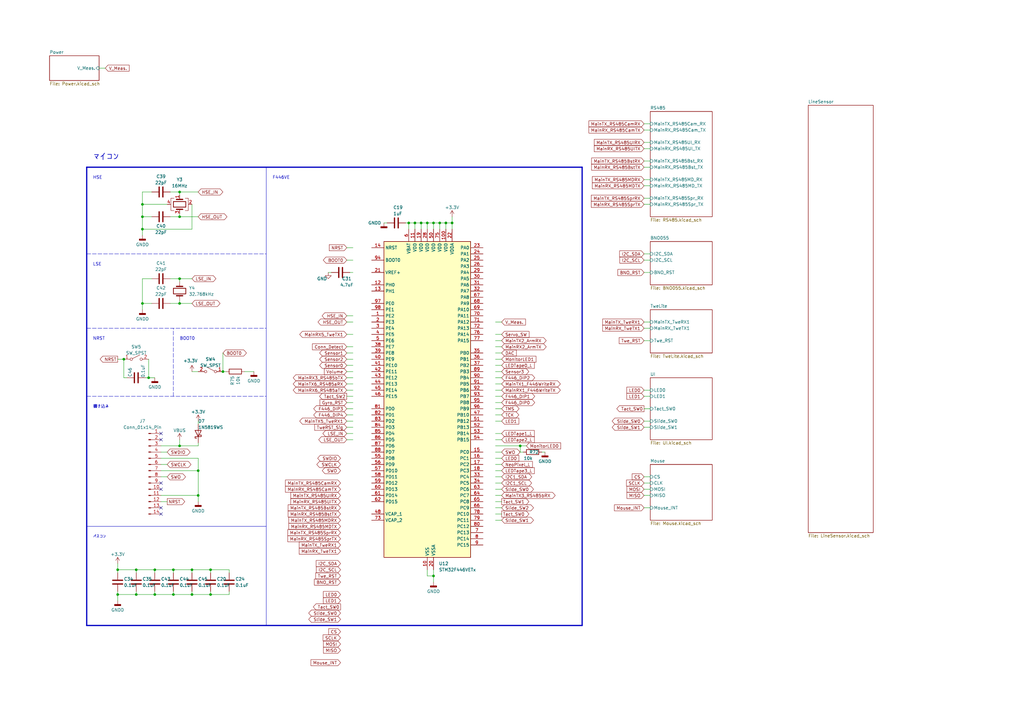
<source format=kicad_sch>
(kicad_sch (version 20230121) (generator eeschema)
  (paper "A3")
  (lib_symbols
    (symbol "Connector:Conn_01x14_Pin" (pin_names (offset 1.016) hide)
      (property "Reference" "J" (at 0 17.78 0))
      (property "Value" "Conn_01x14_Pin" (at 0 -20.32 0))
      (symbol "Conn_01x14_Pin_1_1"
        (pin passive line (at 5.08 15.24 180) (length 3.81) (name "Pin_1") (number "1"))
        (pin passive line (at 5.08 -7.62 180) (length 3.81) (name "Pin_10") (number "10"))
        (pin passive line (at 5.08 -10.16 180) (length 3.81) (name "Pin_11") (number "11"))
        (pin passive line (at 5.08 -12.7 180) (length 3.81) (name "Pin_12") (number "12"))
        (pin passive line (at 5.08 -15.24 180) (length 3.81) (name "Pin_13") (number "13"))
        (pin passive line (at 5.08 -17.78 180) (length 3.81) (name "Pin_14") (number "14"))
        (pin passive line (at 5.08 12.7 180) (length 3.81) (name "Pin_2") (number "2"))
        (pin passive line (at 5.08 10.16 180) (length 3.81) (name "Pin_3") (number "3"))
        (pin passive line (at 5.08 7.62 180) (length 3.81) (name "Pin_4") (number "4"))
        (pin passive line (at 5.08 5.08 180) (length 3.81) (name "Pin_5") (number "5"))
        (pin passive line (at 5.08 2.54 180) (length 3.81) (name "Pin_6") (number "6"))
        (pin passive line (at 5.08 0 180) (length 3.81) (name "Pin_7") (number "7"))
        (pin passive line (at 5.08 -2.54 180) (length 3.81) (name "Pin_8") (number "8"))
        (pin passive line (at 5.08 -5.08 180) (length 3.81) (name "Pin_9") (number "9"))
      )
    )
    (symbol "D_Schottky_3" (pin_numbers hide) (pin_names (offset 1.016) hide)
      (property "Reference" "D" (at 0 2.54 0))
      (property "Value" "D_Schottky_3" (at 0 -2.54 0))
      (symbol "D_Schottky_3_1_1"
        (pin passive line (at -3.81 0 0) (length 2.54) (name "K") (number "1"))
        (pin passive line (at 3.81 0 180) (length 2.54) (name "A") (number "2"))
      )
    )
    (symbol "Device:C" (pin_numbers hide) (pin_names (offset 0.254))
      (property "Reference" "C" (at 0.635 2.54 0))
      (property "Value" "C" (at 0.635 -2.54 0))
      (symbol "C_1_1"
        (pin passive line (at 0 3.81 270) (length 2.794) (name "~") (number "1"))
        (pin passive line (at 0 -3.81 90) (length 2.794) (name "~") (number "2"))
      )
    )
    (symbol "Device:Crystal" (pin_numbers hide) (pin_names (offset 1.016) hide)
      (property "Reference" "Y" (at 0 3.81 0))
      (property "Value" "Crystal" (at 0 -3.81 0))
      (symbol "Crystal_1_1"
        (pin passive line (at -3.81 0 0) (length 1.27) (name "1") (number "1"))
        (pin passive line (at 3.81 0 180) (length 1.27) (name "2") (number "2"))
      )
    )
    (symbol "Device:Crystal_GND24" (pin_names (offset 1.016) hide)
      (property "Reference" "Y" (at 3.175 5.08 0))
      (property "Value" "Crystal_GND24" (at 3.175 3.175 0))
      (symbol "Crystal_GND24_1_1"
        (pin passive line (at -3.81 0 0) (length 1.27) (name "1") (number "1"))
        (pin passive line (at 0 5.08 270) (length 1.27) (name "2") (number "2"))
        (pin passive line (at 3.81 0 180) (length 1.27) (name "3") (number "3"))
        (pin passive line (at 0 -5.08 90) (length 1.27) (name "4") (number "4"))
      )
    )
    (symbol "Device:R" (pin_numbers hide) (pin_names (offset 0))
      (property "Reference" "R" (at 2.032 0 90))
      (property "Value" "R" (at 0 0 90))
      (symbol "R_1_1"
        (pin passive line (at 0 3.81 270) (length 1.27) (name "~") (number "1"))
        (pin passive line (at 0 -3.81 90) (length 1.27) (name "~") (number "2"))
      )
    )
    (symbol "MCU_ST_STM32F4:STM32F446VETx"
      (property "Reference" "U" (at -17.78 67.31 0))
      (property "Value" "STM32F446VETx" (at 12.7 67.31 0))
      (symbol "STM32F446VETx_1_1"
        (pin bidirectional line (at -22.86 35.56 0) (length 5.08) (name "PE2") (number "1"))
        (pin power_in line (at 0 -68.58 90) (length 5.08) (name "VSS") (number "10"))
        (pin power_in line (at 7.62 71.12 270) (length 5.08) (name "VDD") (number "100"))
        (pin power_in line (at -5.08 71.12 270) (length 5.08) (name "VDD") (number "11"))
        (pin bidirectional line (at -22.86 48.26 0) (length 5.08) (name "PH0") (number "12"))
        (pin bidirectional line (at -22.86 45.72 0) (length 5.08) (name "PH1") (number "13"))
        (pin input line (at -22.86 63.5 0) (length 5.08) (name "NRST") (number "14"))
        (pin bidirectional line (at 22.86 -20.32 180) (length 5.08) (name "PC0") (number "15"))
        (pin bidirectional line (at 22.86 -22.86 180) (length 5.08) (name "PC1") (number "16"))
        (pin bidirectional line (at 22.86 -25.4 180) (length 5.08) (name "PC2") (number "17"))
        (pin bidirectional line (at 22.86 -27.94 180) (length 5.08) (name "PC3") (number "18"))
        (pin power_in line (at -2.54 71.12 270) (length 5.08) (name "VDD") (number "19"))
        (pin bidirectional line (at -22.86 33.02 0) (length 5.08) (name "PE3") (number "2"))
        (pin power_in line (at 2.54 -68.58 90) (length 5.08) (name "VSSA") (number "20"))
        (pin input line (at -22.86 53.34 0) (length 5.08) (name "VREF+") (number "21"))
        (pin power_in line (at 10.16 71.12 270) (length 5.08) (name "VDDA") (number "22"))
        (pin bidirectional line (at 22.86 63.5 180) (length 5.08) (name "PA0") (number "23"))
        (pin bidirectional line (at 22.86 60.96 180) (length 5.08) (name "PA1") (number "24"))
        (pin bidirectional line (at 22.86 58.42 180) (length 5.08) (name "PA2") (number "25"))
        (pin bidirectional line (at 22.86 55.88 180) (length 5.08) (name "PA3") (number "26"))
        (pin passive line (at 0 -68.58 90) (length 5.08) hide (name "VSS") (number "27"))
        (pin power_in line (at 0 71.12 270) (length 5.08) (name "VDD") (number "28"))
        (pin bidirectional line (at 22.86 53.34 180) (length 5.08) (name "PA4") (number "29"))
        (pin bidirectional line (at -22.86 30.48 0) (length 5.08) (name "PE4") (number "3"))
        (pin bidirectional line (at 22.86 50.8 180) (length 5.08) (name "PA5") (number "30"))
        (pin bidirectional line (at 22.86 48.26 180) (length 5.08) (name "PA6") (number "31"))
        (pin bidirectional line (at 22.86 45.72 180) (length 5.08) (name "PA7") (number "32"))
        (pin bidirectional line (at 22.86 -30.48 180) (length 5.08) (name "PC4") (number "33"))
        (pin bidirectional line (at 22.86 -33.02 180) (length 5.08) (name "PC5") (number "34"))
        (pin bidirectional line (at 22.86 20.32 180) (length 5.08) (name "PB0") (number "35"))
        (pin bidirectional line (at 22.86 17.78 180) (length 5.08) (name "PB1") (number "36"))
        (pin bidirectional line (at 22.86 15.24 180) (length 5.08) (name "PB2") (number "37"))
        (pin bidirectional line (at -22.86 22.86 0) (length 5.08) (name "PE7") (number "38"))
        (pin bidirectional line (at -22.86 20.32 0) (length 5.08) (name "PE8") (number "39"))
        (pin bidirectional line (at -22.86 27.94 0) (length 5.08) (name "PE5") (number "4"))
        (pin bidirectional line (at -22.86 17.78 0) (length 5.08) (name "PE9") (number "40"))
        (pin bidirectional line (at -22.86 15.24 0) (length 5.08) (name "PE10") (number "41"))
        (pin bidirectional line (at -22.86 12.7 0) (length 5.08) (name "PE11") (number "42"))
        (pin bidirectional line (at -22.86 10.16 0) (length 5.08) (name "PE12") (number "43"))
        (pin bidirectional line (at -22.86 7.62 0) (length 5.08) (name "PE13") (number "44"))
        (pin bidirectional line (at -22.86 5.08 0) (length 5.08) (name "PE14") (number "45"))
        (pin bidirectional line (at -22.86 2.54 0) (length 5.08) (name "PE15") (number "46"))
        (pin bidirectional line (at 22.86 -5.08 180) (length 5.08) (name "PB10") (number "47"))
        (pin power_out line (at -22.86 -45.72 0) (length 5.08) (name "VCAP_1") (number "48"))
        (pin passive line (at 0 -68.58 90) (length 5.08) hide (name "VSS") (number "49"))
        (pin bidirectional line (at -22.86 25.4 0) (length 5.08) (name "PE6") (number "5"))
        (pin power_in line (at 2.54 71.12 270) (length 5.08) (name "VDD") (number "50"))
        (pin bidirectional line (at 22.86 -7.62 180) (length 5.08) (name "PB12") (number "51"))
        (pin bidirectional line (at 22.86 -10.16 180) (length 5.08) (name "PB13") (number "52"))
        (pin bidirectional line (at 22.86 -12.7 180) (length 5.08) (name "PB14") (number "53"))
        (pin bidirectional line (at 22.86 -15.24 180) (length 5.08) (name "PB15") (number "54"))
        (pin bidirectional line (at -22.86 -22.86 0) (length 5.08) (name "PD8") (number "55"))
        (pin bidirectional line (at -22.86 -25.4 0) (length 5.08) (name "PD9") (number "56"))
        (pin bidirectional line (at -22.86 -27.94 0) (length 5.08) (name "PD10") (number "57"))
        (pin bidirectional line (at -22.86 -30.48 0) (length 5.08) (name "PD11") (number "58"))
        (pin bidirectional line (at -22.86 -33.02 0) (length 5.08) (name "PD12") (number "59"))
        (pin power_in line (at -7.62 71.12 270) (length 5.08) (name "VBAT") (number "6"))
        (pin bidirectional line (at -22.86 -35.56 0) (length 5.08) (name "PD13") (number "60"))
        (pin bidirectional line (at -22.86 -38.1 0) (length 5.08) (name "PD14") (number "61"))
        (pin bidirectional line (at -22.86 -40.64 0) (length 5.08) (name "PD15") (number "62"))
        (pin bidirectional line (at 22.86 -35.56 180) (length 5.08) (name "PC6") (number "63"))
        (pin bidirectional line (at 22.86 -38.1 180) (length 5.08) (name "PC7") (number "64"))
        (pin bidirectional line (at 22.86 -40.64 180) (length 5.08) (name "PC8") (number "65"))
        (pin bidirectional line (at 22.86 -43.18 180) (length 5.08) (name "PC9") (number "66"))
        (pin bidirectional line (at 22.86 43.18 180) (length 5.08) (name "PA8") (number "67"))
        (pin bidirectional line (at 22.86 40.64 180) (length 5.08) (name "PA9") (number "68"))
        (pin bidirectional line (at 22.86 38.1 180) (length 5.08) (name "PA10") (number "69"))
        (pin bidirectional line (at 22.86 -53.34 180) (length 5.08) (name "PC13") (number "7"))
        (pin bidirectional line (at 22.86 35.56 180) (length 5.08) (name "PA11") (number "70"))
        (pin bidirectional line (at 22.86 33.02 180) (length 5.08) (name "PA12") (number "71"))
        (pin bidirectional line (at 22.86 30.48 180) (length 5.08) (name "PA13") (number "72"))
        (pin power_out line (at -22.86 -48.26 0) (length 5.08) (name "VCAP_2") (number "73"))
        (pin passive line (at 0 -68.58 90) (length 5.08) hide (name "VSS") (number "74"))
        (pin power_in line (at 5.08 71.12 270) (length 5.08) (name "VDD") (number "75"))
        (pin bidirectional line (at 22.86 27.94 180) (length 5.08) (name "PA14") (number "76"))
        (pin bidirectional line (at 22.86 25.4 180) (length 5.08) (name "PA15") (number "77"))
        (pin bidirectional line (at 22.86 -45.72 180) (length 5.08) (name "PC10") (number "78"))
        (pin bidirectional line (at 22.86 -48.26 180) (length 5.08) (name "PC11") (number "79"))
        (pin bidirectional line (at 22.86 -55.88 180) (length 5.08) (name "PC14") (number "8"))
        (pin bidirectional line (at 22.86 -50.8 180) (length 5.08) (name "PC12") (number "80"))
        (pin bidirectional line (at -22.86 -2.54 0) (length 5.08) (name "PD0") (number "81"))
        (pin bidirectional line (at -22.86 -5.08 0) (length 5.08) (name "PD1") (number "82"))
        (pin bidirectional line (at -22.86 -7.62 0) (length 5.08) (name "PD2") (number "83"))
        (pin bidirectional line (at -22.86 -10.16 0) (length 5.08) (name "PD3") (number "84"))
        (pin bidirectional line (at -22.86 -12.7 0) (length 5.08) (name "PD4") (number "85"))
        (pin bidirectional line (at -22.86 -15.24 0) (length 5.08) (name "PD5") (number "86"))
        (pin bidirectional line (at -22.86 -17.78 0) (length 5.08) (name "PD6") (number "87"))
        (pin bidirectional line (at -22.86 -20.32 0) (length 5.08) (name "PD7") (number "88"))
        (pin bidirectional line (at 22.86 12.7 180) (length 5.08) (name "PB3") (number "89"))
        (pin bidirectional line (at 22.86 -58.42 180) (length 5.08) (name "PC15") (number "9"))
        (pin bidirectional line (at 22.86 10.16 180) (length 5.08) (name "PB4") (number "90"))
        (pin bidirectional line (at 22.86 7.62 180) (length 5.08) (name "PB5") (number "91"))
        (pin bidirectional line (at 22.86 5.08 180) (length 5.08) (name "PB6") (number "92"))
        (pin bidirectional line (at 22.86 2.54 180) (length 5.08) (name "PB7") (number "93"))
        (pin input line (at -22.86 58.42 0) (length 5.08) (name "BOOT0") (number "94"))
        (pin bidirectional line (at 22.86 0 180) (length 5.08) (name "PB8") (number "95"))
        (pin bidirectional line (at 22.86 -2.54 180) (length 5.08) (name "PB9") (number "96"))
        (pin bidirectional line (at -22.86 40.64 0) (length 5.08) (name "PE0") (number "97"))
        (pin bidirectional line (at -22.86 38.1 0) (length 5.08) (name "PE1") (number "98"))
        (pin passive line (at 0 -68.58 90) (length 5.08) hide (name "VSS") (number "99"))
      )
    )
    (symbol "Switch:SW_SPST" (pin_names (offset 0) hide)
      (property "Reference" "SW" (at 0 3.175 0))
      (property "Value" "SW_SPST" (at 0 -2.54 0))
      (symbol "SW_SPST_1_1"
        (pin passive line (at -5.08 0 0) (length 2.54) (name "A") (number "1"))
        (pin passive line (at 5.08 0 180) (length 2.54) (name "B") (number "2"))
      )
    )
    (symbol "power:+3.3V" (power) (pin_names (offset 0))
      (property "Value" "+3.3V" (at 0 3.556 0))
      (symbol "+3.3V_1_1"
        (pin power_in line (at 0 0 90) (length 0) hide (name "+3.3V") (number "1"))
      )
    )
    (symbol "power:GND" (power) (pin_names (offset 0))
      (property "Value" "GND" (at 0 -3.81 0))
      (symbol "GND_1_1"
        (pin power_in line (at 0 0 270) (length 0) hide (name "GND") (number "1"))
      )
    )
    (symbol "power:GNDD" (power) (pin_names (offset 0))
      (property "Value" "GNDD" (at 0 -3.175 0))
      (symbol "GNDD_1_1"
        (pin power_in line (at 0 0 270) (length 0) hide (name "GNDD") (number "1"))
      )
    )
    (symbol "power:VBUS" (power) (pin_names (offset 0))
      (property "Value" "VBUS" (at 0 3.81 0))
      (symbol "VBUS_1_1"
        (pin power_in line (at 0 0 90) (length 0) hide (name "VBUS") (number "1"))
      )
    )
  )
  (junction (at 73.66 124.46))
  (junction (at 172.72 91.44))
  (junction (at 63.5 233.68))
  (junction (at 60.96 154.94))
  (junction (at 78.74 243.84))
  (junction (at 73.66 88.9))
  (junction (at 58.42 93.98))
  (junction (at 86.36 233.68))
  (junction (at 71.12 233.68))
  (junction (at 63.5 243.84))
  (junction (at 175.26 91.44))
  (junction (at 58.42 88.9))
  (junction (at 185.42 91.44))
  (junction (at 81.28 193.04))
  (junction (at 177.8 236.22))
  (junction (at 213.36 182.88))
  (junction (at 48.26 233.68))
  (junction (at 55.88 243.84))
  (junction (at 78.74 233.68))
  (junction (at 177.8 91.44))
  (junction (at 58.42 124.46))
  (junction (at 73.66 78.74))
  (junction (at 81.28 203.2))
  (junction (at 50.8 147.32))
  (junction (at 58.42 83.82))
  (junction (at 167.64 91.44))
  (junction (at 86.36 243.84))
  (junction (at 55.88 233.68))
  (junction (at 73.66 182.88))
  (junction (at 170.18 91.44))
  (junction (at 71.12 243.84))
  (junction (at 180.34 91.44))
  (junction (at 48.26 243.84))
  (junction (at 73.66 114.3))
  (junction (at 182.88 91.44))
  (junction (at 91.44 152.4))
  (no_connect (at 66.04 198.12))
  (no_connect (at 66.04 180.34))
  (no_connect (at 66.04 210.82))
  (no_connect (at 66.04 177.8))
  (no_connect (at 66.04 208.28))
  (no_connect (at 66.04 200.66))
  (wire (pts (xy 81.28 78.74) (xy 73.66 78.74)))
  (wire (pts (xy 175.26 236.22) (xy 177.8 236.22)))
  (wire (pts (xy 60.96 147.32) (xy 60.96 154.94)))
  (wire (pts (xy 175.26 93.98) (xy 175.26 91.44)))
  (wire (pts (xy 182.88 91.44) (xy 185.42 91.44)))
  (wire (pts (xy 66.04 203.2) (xy 81.28 203.2)))
  (wire (pts (xy 58.42 78.74) (xy 58.42 83.82)))
  (wire (pts (xy 203.2 142.24) (xy 205.74 142.24)))
  (wire (pts (xy 142.24 177.8) (xy 144.78 177.8)))
  (wire (pts (xy 69.85 114.3) (xy 73.66 114.3)))
  (wire (pts (xy 264.16 111.76) (xy 266.7 111.76)))
  (wire (pts (xy 264.16 203.2) (xy 266.7 203.2)))
  (wire (pts (xy 81.28 181.61) (xy 81.28 182.88)))
  (wire (pts (xy 55.88 233.68) (xy 55.88 234.95)))
  (wire (pts (xy 264.16 83.82) (xy 266.7 83.82)))
  (wire (pts (xy 203.2 144.78) (xy 205.74 144.78)))
  (wire (pts (xy 78.74 233.68) (xy 78.74 234.95)))
  (wire (pts (xy 203.2 195.58) (xy 205.74 195.58)))
  (wire (pts (xy 142.24 154.94) (xy 144.78 154.94)))
  (wire (pts (xy 166.37 91.44) (xy 167.64 91.44)))
  (wire (pts (xy 158.75 91.44) (xy 157.48 91.44)))
  (wire (pts (xy 203.2 165.1) (xy 205.74 165.1)))
  (wire (pts (xy 62.23 114.3) (xy 58.42 114.3)))
  (wire (pts (xy 203.2 180.34) (xy 205.74 180.34)))
  (wire (pts (xy 86.36 243.84) (xy 86.36 242.57)))
  (wire (pts (xy 73.66 87.63) (xy 73.66 88.9)))
  (wire (pts (xy 167.64 91.44) (xy 170.18 91.44)))
  (wire (pts (xy 172.72 91.44) (xy 172.72 93.98)))
  (wire (pts (xy 73.66 78.74) (xy 73.66 80.01)))
  (wire (pts (xy 48.26 233.68) (xy 55.88 233.68)))
  (wire (pts (xy 203.2 190.5) (xy 205.74 190.5)))
  (wire (pts (xy 214.63 185.42) (xy 213.36 185.42)))
  (wire (pts (xy 58.42 124.46) (xy 58.42 127)))
  (wire (pts (xy 142.24 132.08) (xy 144.78 132.08)))
  (wire (pts (xy 264.16 60.96) (xy 266.7 60.96)))
  (wire (pts (xy 55.88 243.84) (xy 63.5 243.84)))
  (wire (pts (xy 177.8 233.68) (xy 177.8 236.22)))
  (wire (pts (xy 264.16 160.02) (xy 266.7 160.02)))
  (wire (pts (xy 66.04 193.04) (xy 81.28 193.04)))
  (wire (pts (xy 50.8 147.32) (xy 50.8 154.94)))
  (wire (pts (xy 185.42 91.44) (xy 185.42 93.98)))
  (wire (pts (xy 142.24 180.34) (xy 144.78 180.34)))
  (wire (pts (xy 177.8 91.44) (xy 180.34 91.44)))
  (wire (pts (xy 142.24 172.72) (xy 144.78 172.72)))
  (wire (pts (xy 81.28 172.72) (xy 81.28 173.99)))
  (wire (pts (xy 167.64 91.44) (xy 167.64 93.98)))
  (wire (pts (xy 48.26 242.57) (xy 48.26 243.84)))
  (wire (pts (xy 182.88 93.98) (xy 182.88 91.44)))
  (wire (pts (xy 264.16 132.08) (xy 266.7 132.08)))
  (wire (pts (xy 66.04 195.58) (xy 68.58 195.58)))
  (polyline (pts (xy 109.22 68.58) (xy 109.22 256.54)) (stroke (width 0) (type solid)))
  (wire (pts (xy 71.12 233.68) (xy 78.74 233.68)))
  (wire (pts (xy 142.24 152.4) (xy 144.78 152.4)))
  (wire (pts (xy 142.24 162.56) (xy 144.78 162.56)))
  (wire (pts (xy 203.2 205.74) (xy 205.74 205.74)))
  (wire (pts (xy 203.2 139.7) (xy 205.74 139.7)))
  (wire (pts (xy 71.12 243.84) (xy 78.74 243.84)))
  (wire (pts (xy 203.2 187.96) (xy 205.74 187.96)))
  (wire (pts (xy 48.26 147.32) (xy 50.8 147.32)))
  (wire (pts (xy 175.26 91.44) (xy 177.8 91.44)))
  (wire (pts (xy 66.04 185.42) (xy 68.58 185.42)))
  (wire (pts (xy 66.04 190.5) (xy 68.58 190.5)))
  (wire (pts (xy 264.16 167.64) (xy 266.7 167.64)))
  (wire (pts (xy 63.5 242.57) (xy 63.5 243.84)))
  (wire (pts (xy 78.74 243.84) (xy 86.36 243.84)))
  (wire (pts (xy 203.2 149.86) (xy 205.74 149.86)))
  (polyline (pts (xy 35.56 68.58) (xy 35.56 256.54)) (stroke (width 0.5) (type solid)))
  (wire (pts (xy 81.28 193.04) (xy 81.28 203.2)))
  (wire (pts (xy 73.66 180.34) (xy 73.66 182.88)))
  (wire (pts (xy 143.51 111.76) (xy 144.78 111.76)))
  (wire (pts (xy 63.5 243.84) (xy 71.12 243.84)))
  (wire (pts (xy 142.24 129.54) (xy 144.78 129.54)))
  (wire (pts (xy 264.16 139.7) (xy 266.7 139.7)))
  (wire (pts (xy 142.24 106.68) (xy 144.78 106.68)))
  (wire (pts (xy 264.16 58.42) (xy 266.7 58.42)))
  (wire (pts (xy 55.88 242.57) (xy 55.88 243.84)))
  (wire (pts (xy 142.24 167.64) (xy 144.78 167.64)))
  (wire (pts (xy 177.8 91.44) (xy 177.8 93.98)))
  (wire (pts (xy 177.8 236.22) (xy 177.8 238.76)))
  (wire (pts (xy 69.85 78.74) (xy 73.66 78.74)))
  (wire (pts (xy 142.24 101.6) (xy 144.78 101.6)))
  (wire (pts (xy 81.28 193.04) (xy 81.28 187.96)))
  (wire (pts (xy 213.36 182.88) (xy 215.9 182.88)))
  (wire (pts (xy 78.74 83.82) (xy 78.74 93.98)))
  (wire (pts (xy 264.16 162.56) (xy 266.7 162.56)))
  (wire (pts (xy 264.16 195.58) (xy 266.7 195.58)))
  (wire (pts (xy 58.42 96.52) (xy 58.42 93.98)))
  (wire (pts (xy 58.42 88.9) (xy 62.23 88.9)))
  (wire (pts (xy 58.42 88.9) (xy 58.42 93.98)))
  (wire (pts (xy 58.42 114.3) (xy 58.42 124.46)))
  (wire (pts (xy 264.16 68.58) (xy 266.7 68.58)))
  (wire (pts (xy 93.98 243.84) (xy 93.98 242.57)))
  (wire (pts (xy 63.5 233.68) (xy 71.12 233.68)))
  (wire (pts (xy 71.12 233.68) (xy 71.12 234.95)))
  (wire (pts (xy 78.74 233.68) (xy 86.36 233.68)))
  (wire (pts (xy 142.24 165.1) (xy 144.78 165.1)))
  (wire (pts (xy 264.16 76.2) (xy 266.7 76.2)))
  (wire (pts (xy 58.42 124.46) (xy 62.23 124.46)))
  (wire (pts (xy 203.2 162.56) (xy 205.74 162.56)))
  (wire (pts (xy 78.74 243.84) (xy 78.74 242.57)))
  (wire (pts (xy 203.2 200.66) (xy 205.74 200.66)))
  (wire (pts (xy 203.2 185.42) (xy 205.74 185.42)))
  (wire (pts (xy 58.42 93.98) (xy 78.74 93.98)))
  (wire (pts (xy 55.88 233.68) (xy 63.5 233.68)))
  (wire (pts (xy 203.2 160.02) (xy 205.74 160.02)))
  (wire (pts (xy 48.26 231.14) (xy 48.26 233.68)))
  (polyline (pts (xy 35.56 256.54) (xy 238.76 256.54)) (stroke (width 0.5) (type solid)))
  (wire (pts (xy 203.2 152.4) (xy 205.74 152.4)))
  (wire (pts (xy 264.16 73.66) (xy 266.7 73.66)))
  (wire (pts (xy 170.18 91.44) (xy 172.72 91.44)))
  (wire (pts (xy 185.42 88.9) (xy 185.42 91.44)))
  (wire (pts (xy 203.2 172.72) (xy 205.74 172.72)))
  (wire (pts (xy 264.16 200.66) (xy 266.7 200.66)))
  (wire (pts (xy 264.16 175.26) (xy 266.7 175.26)))
  (wire (pts (xy 50.8 154.94) (xy 52.07 154.94)))
  (wire (pts (xy 66.04 182.88) (xy 73.66 182.88)))
  (wire (pts (xy 66.04 205.74) (xy 68.58 205.74)))
  (wire (pts (xy 203.2 157.48) (xy 205.74 157.48)))
  (wire (pts (xy 222.25 185.42) (xy 223.52 185.42)))
  (polyline (pts (xy 35.56 162.56) (xy 109.22 162.56)) (stroke (width 0) (type dash)))
  (wire (pts (xy 100.33 152.4) (xy 104.14 152.4)))
  (polyline (pts (xy 35.56 104.14) (xy 109.22 104.14)) (stroke (width 0) (type dash)))
  (wire (pts (xy 203.2 203.2) (xy 205.74 203.2)))
  (wire (pts (xy 203.2 132.08) (xy 205.74 132.08)))
  (wire (pts (xy 203.2 137.16) (xy 205.74 137.16)))
  (wire (pts (xy 58.42 83.82) (xy 58.42 88.9)))
  (wire (pts (xy 142.24 147.32) (xy 144.78 147.32)))
  (wire (pts (xy 48.26 243.84) (xy 55.88 243.84)))
  (wire (pts (xy 91.44 144.78) (xy 91.44 152.4)))
  (wire (pts (xy 264.16 50.8) (xy 266.7 50.8)))
  (wire (pts (xy 60.96 154.94) (xy 63.5 154.94)))
  (wire (pts (xy 264.16 208.28) (xy 266.7 208.28)))
  (wire (pts (xy 142.24 175.26) (xy 144.78 175.26)))
  (wire (pts (xy 142.24 144.78) (xy 144.78 144.78)))
  (wire (pts (xy 203.2 210.82) (xy 205.74 210.82)))
  (wire (pts (xy 203.2 198.12) (xy 205.74 198.12)))
  (wire (pts (xy 203.2 213.36) (xy 205.74 213.36)))
  (wire (pts (xy 69.85 124.46) (xy 73.66 124.46)))
  (wire (pts (xy 69.85 88.9) (xy 73.66 88.9)))
  (wire (pts (xy 142.24 149.86) (xy 144.78 149.86)))
  (wire (pts (xy 180.34 91.44) (xy 182.88 91.44)))
  (wire (pts (xy 62.23 78.74) (xy 58.42 78.74)))
  (polyline (pts (xy 238.76 256.54) (xy 238.76 68.58)) (stroke (width 0.5) (type solid)))
  (wire (pts (xy 71.12 242.57) (xy 71.12 243.84)))
  (wire (pts (xy 142.24 142.24) (xy 144.78 142.24)))
  (wire (pts (xy 170.18 93.98) (xy 170.18 91.44)))
  (wire (pts (xy 86.36 243.84) (xy 93.98 243.84)))
  (wire (pts (xy 73.66 114.3) (xy 73.66 115.57)))
  (wire (pts (xy 48.26 243.84) (xy 48.26 246.38)))
  (wire (pts (xy 213.36 185.42) (xy 213.36 182.88)))
  (polyline (pts (xy 71.12 162.56) (xy 71.12 134.62)) (stroke (width 0) (type dash)))
  (wire (pts (xy 203.2 193.04) (xy 205.74 193.04)))
  (wire (pts (xy 48.26 233.68) (xy 48.26 234.95)))
  (wire (pts (xy 264.16 66.04) (xy 266.7 66.04)))
  (wire (pts (xy 264.16 53.34) (xy 266.7 53.34)))
  (wire (pts (xy 93.98 233.68) (xy 93.98 234.95)))
  (wire (pts (xy 175.26 233.68) (xy 175.26 236.22)))
  (wire (pts (xy 203.2 147.32) (xy 205.74 147.32)))
  (wire (pts (xy 142.24 160.02) (xy 144.78 160.02)))
  (wire (pts (xy 134.62 111.76) (xy 135.89 111.76)))
  (wire (pts (xy 86.36 233.68) (xy 93.98 233.68)))
  (wire (pts (xy 142.24 170.18) (xy 144.78 170.18)))
  (wire (pts (xy 180.34 91.44) (xy 180.34 93.98)))
  (wire (pts (xy 40.64 27.94) (xy 43.18 27.94)))
  (wire (pts (xy 203.2 177.8) (xy 205.74 177.8)))
  (wire (pts (xy 73.66 182.88) (xy 81.28 182.88)))
  (wire (pts (xy 78.74 152.4) (xy 81.28 152.4)))
  (polyline (pts (xy 35.56 68.58) (xy 238.76 68.58)) (stroke (width 0.5) (type solid)))
  (wire (pts (xy 203.2 167.64) (xy 205.74 167.64)))
  (wire (pts (xy 91.44 152.4) (xy 92.71 152.4)))
  (wire (pts (xy 264.16 106.68) (xy 266.7 106.68)))
  (wire (pts (xy 63.5 233.68) (xy 63.5 234.95)))
  (wire (pts (xy 73.66 123.19) (xy 73.66 124.46)))
  (wire (pts (xy 66.04 187.96) (xy 81.28 187.96)))
  (wire (pts (xy 172.72 91.44) (xy 175.26 91.44)))
  (wire (pts (xy 264.16 104.14) (xy 266.7 104.14)))
  (wire (pts (xy 60.96 154.94) (xy 59.69 154.94)))
  (wire (pts (xy 81.28 205.74) (xy 81.28 203.2)))
  (wire (pts (xy 203.2 154.94) (xy 205.74 154.94)))
  (wire (pts (xy 58.42 83.82) (xy 68.58 83.82)))
  (polyline (pts (xy 35.56 134.62) (xy 109.22 134.62)) (stroke (width 0) (type dash)))
  (wire (pts (xy 73.66 124.46) (xy 78.74 124.46)))
  (wire (pts (xy 264.16 134.62) (xy 266.7 134.62)))
  (wire (pts (xy 203.2 208.28) (xy 205.74 208.28)))
  (wire (pts (xy 73.66 114.3) (xy 78.74 114.3)))
  (wire (pts (xy 86.36 233.68) (xy 86.36 234.95)))
  (wire (pts (xy 203.2 170.18) (xy 205.74 170.18)))
  (wire (pts (xy 264.16 172.72) (xy 266.7 172.72)))
  (wire (pts (xy 203.2 182.88) (xy 213.36 182.88)))
  (wire (pts (xy 73.66 88.9) (xy 81.28 88.9)))
  (wire (pts (xy 142.24 137.16) (xy 144.78 137.16)))
  (wire (pts (xy 142.24 157.48) (xy 144.78 157.48)))
  (wire (pts (xy 264.16 81.28) (xy 266.7 81.28)))
  (wire (pts (xy 264.16 198.12) (xy 266.7 198.12)))
  (rectangle (start 35.56 215.9) (end 109.22 215.9))
  (text "HSE" (at 38.1 73.66 0) (effects (font (size 1.27 1.27)) (justify left bottom)))
  (text "パスコン" (at 38.1 220.98 0) (effects (font (size 1.27 1.27)) (justify left bottom)))
  (text "マイコン" (at 38.1 66.04 0) (effects (font (size 2.54 2.54) (thickness 0.254) bold) (justify left bottom)))
  (text "NRST" (at 38.1 139.7 0) (effects (font (size 1.27 1.27)) (justify left bottom)))
  (text "LSE" (at 38.1 109.22 0) (effects (font (size 1.27 1.27)) (justify left bottom)))
  (text "書き込み" (at 38.1 167.64 0) (effects (font (size 1.27 1.27)) (justify left bottom)))
  (text "BOOT0" (at 73.66 139.7 0) (effects (font (size 1.27 1.27)) (justify left bottom)))
  (text "F446VE" (at 111.76 73.66 0) (effects (font (size 1.27 1.27)) (justify left bottom)))
  (global_label "MainRX_RS485MDTX" (shape input) (at 264.16 76.2 180) (property "Intersheetrefs" "${INTERSHEET_REFS}" (effects hide)))
  (global_label "NRST" (shape output) (at 48.26 147.32 180) (property "Intersheetrefs" "${INTERSHEET_REFS}" (effects hide)))
  (global_label "SWO" (shape bidirectional) (at 139.7 193.04 180) (property "Intersheetrefs" "${INTERSHEET_REFS}" (effects hide)))
  (global_label "NeoPixel_L" (shape input) (at 205.74 190.5 0) (property "Intersheetrefs" "${INTERSHEET_REFS}" (effects hide)))
  (global_label "Tact_SW2" (shape output) (at 142.24 162.56 180) (property "Intersheetrefs" "${INTERSHEET_REFS}" (effects hide)))
  (global_label "Tact_SW1" (shape output) (at 205.74 205.74 0) (property "Intersheetrefs" "${INTERSHEET_REFS}" (effects hide)))
  (global_label "HSE_OUT" (shape bidirectional) (at 142.24 132.08 180) (property "Intersheetrefs" "${INTERSHEET_REFS}" (effects hide)))
  (global_label "HSE_IN" (shape bidirectional) (at 142.24 129.54 180) (property "Intersheetrefs" "${INTERSHEET_REFS}" (effects hide)))
  (global_label "Mouse_INT" (shape input) (at 264.16 208.28 180) (property "Intersheetrefs" "${INTERSHEET_REFS}" (effects hide)))
  (global_label "MainRX5_TweTX1" (shape bidirectional) (at 142.24 137.16 180) (property "Intersheetrefs" "${INTERSHEET_REFS}" (effects hide)))
  (global_label "LED0" (shape input) (at 139.7 243.84 180) (property "Intersheetrefs" "${INTERSHEET_REFS}" (effects hide)))
  (global_label "Mouse_INT" (shape input) (at 139.7 271.78 180) (property "Intersheetrefs" "${INTERSHEET_REFS}" (effects hide)))
  (global_label "MainTX_RS485SprRX" (shape input) (at 139.7 218.44 180) (property "Intersheetrefs" "${INTERSHEET_REFS}" (effects hide)))
  (global_label "I2C_SDA" (shape input) (at 139.7 231.14 180) (property "Intersheetrefs" "${INTERSHEET_REFS}" (effects hide)))
  (global_label "MainTX_TweRX1" (shape input) (at 264.16 132.08 180) (property "Intersheetrefs" "${INTERSHEET_REFS}" (effects hide)))
  (global_label "MainRX_RS485MDTX" (shape input) (at 139.7 215.9 180) (property "Intersheetrefs" "${INTERSHEET_REFS}" (effects hide)))
  (global_label "LEDTape0_L" (shape input) (at 205.74 149.86 0) (property "Intersheetrefs" "${INTERSHEET_REFS}" (effects hide)))
  (global_label "Servo_SW" (shape input) (at 205.74 137.16 0) (property "Intersheetrefs" "${INTERSHEET_REFS}" (effects hide)))
  (global_label "MISO" (shape input) (at 139.7 266.7 180) (property "Intersheetrefs" "${INTERSHEET_REFS}" (effects hide)))
  (global_label "MainRX_RS485UITX" (shape input) (at 139.7 205.74 180) (property "Intersheetrefs" "${INTERSHEET_REFS}" (effects hide)))
  (global_label "TCK" (shape bidirectional) (at 205.74 170.18 0) (property "Intersheetrefs" "${INTERSHEET_REFS}" (effects hide)))
  (global_label "MainTX5_TweRX1" (shape bidirectional) (at 142.24 172.72 180) (property "Intersheetrefs" "${INTERSHEET_REFS}" (effects hide)))
  (global_label "MainTX_RS485SprRX" (shape input) (at 264.16 81.28 180) (property "Intersheetrefs" "${INTERSHEET_REFS}" (effects hide)))
  (global_label "MainRX1_F446WriteTX" (shape bidirectional) (at 205.74 160.02 0) (property "Intersheetrefs" "${INTERSHEET_REFS}" (effects hide)))
  (global_label "MainRX6_RS485aTX" (shape bidirectional) (at 142.24 160.02 180) (property "Intersheetrefs" "${INTERSHEET_REFS}" (effects hide)))
  (global_label "BNO_RST" (shape input) (at 139.7 238.76 180) (property "Intersheetrefs" "${INTERSHEET_REFS}" (effects hide)))
  (global_label "NRST" (shape output) (at 68.58 205.74 0) (property "Intersheetrefs" "${INTERSHEET_REFS}" (effects hide)))
  (global_label "LED1" (shape input) (at 139.7 246.38 180) (property "Intersheetrefs" "${INTERSHEET_REFS}" (effects hide)))
  (global_label "Sensor0" (shape bidirectional) (at 142.24 149.86 180) (property "Intersheetrefs" "${INTERSHEET_REFS}" (effects hide)))
  (global_label "SWO" (shape bidirectional) (at 205.74 185.42 0) (property "Intersheetrefs" "${INTERSHEET_REFS}" (effects hide)))
  (global_label "SWDIO" (shape bidirectional) (at 139.7 187.96 180) (property "Intersheetrefs" "${INTERSHEET_REFS}" (effects hide)))
  (global_label "LED1" (shape input) (at 264.16 162.56 180) (property "Intersheetrefs" "${INTERSHEET_REFS}" (effects hide)))
  (global_label "MainTX_RS485BstRX" (shape input) (at 264.16 66.04 180) (property "Intersheetrefs" "${INTERSHEET_REFS}" (effects hide)))
  (global_label "MOSI" (shape input) (at 264.16 200.66 180) (property "Intersheetrefs" "${INTERSHEET_REFS}" (effects hide)))
  (global_label "F446_DIP0" (shape bidirectional) (at 205.74 165.1 0) (property "Intersheetrefs" "${INTERSHEET_REFS}" (effects hide)))
  (global_label "LEDTape1_L" (shape input) (at 205.74 177.8 0) (property "Intersheetrefs" "${INTERSHEET_REFS}" (effects hide)))
  (global_label "MainRX3_RS485bTX" (shape bidirectional) (at 142.24 154.94 180) (property "Intersheetrefs" "${INTERSHEET_REFS}" (effects hide)))
  (global_label "CS" (shape input) (at 264.16 195.58 180) (property "Intersheetrefs" "${INTERSHEET_REFS}" (effects hide)))
  (global_label "LED0" (shape input) (at 264.16 160.02 180) (property "Intersheetrefs" "${INTERSHEET_REFS}" (effects hide)))
  (global_label "MainRX_RS485BstTX" (shape input) (at 139.7 210.82 180) (property "Intersheetrefs" "${INTERSHEET_REFS}" (effects hide)))
  (global_label "BNO_RST" (shape input) (at 264.16 111.76 180) (property "Intersheetrefs" "${INTERSHEET_REFS}" (effects hide)))
  (global_label "I2C1_SDA" (shape bidirectional) (at 205.74 195.58 0) (property "Intersheetrefs" "${INTERSHEET_REFS}" (effects hide)))
  (global_label "MainRX_RS485SprTX" (shape input) (at 264.16 83.82 180) (property "Intersheetrefs" "${INTERSHEET_REFS}" (effects hide)))
  (global_label "Sensor3" (shape bidirectional) (at 205.74 152.4 0) (property "Intersheetrefs" "${INTERSHEET_REFS}" (effects hide)))
  (global_label "SWCLK" (shape bidirectional) (at 68.58 190.5 0) (property "Intersheetrefs" "${INTERSHEET_REFS}" (effects hide)))
  (global_label "Slide_SW0" (shape bidirectional) (at 205.74 200.66 0) (property "Intersheetrefs" "${INTERSHEET_REFS}" (effects hide)))
  (global_label "MainTX3_RS485bRX" (shape bidirectional) (at 205.74 203.2 0) (property "Intersheetrefs" "${INTERSHEET_REFS}" (effects hide)))
  (global_label "SCLK" (shape input) (at 264.16 198.12 180) (property "Intersheetrefs" "${INTERSHEET_REFS}" (effects hide)))
  (global_label "Sensor1" (shape bidirectional) (at 142.24 144.78 180) (property "Intersheetrefs" "${INTERSHEET_REFS}" (effects hide)))
  (global_label "MainTX1_F446WriteRX" (shape bidirectional) (at 205.74 157.48 0) (property "Intersheetrefs" "${INTERSHEET_REFS}" (effects hide)))
  (global_label "MainTX_RS485UIRX" (shape input) (at 264.16 58.42 180) (property "Intersheetrefs" "${INTERSHEET_REFS}" (effects hide)))
  (global_label "Twe_RST" (shape input) (at 264.16 139.7 180) (property "Intersheetrefs" "${INTERSHEET_REFS}" (effects hide)))
  (global_label "TweRST_Sig" (shape input) (at 142.24 175.26 180) (property "Intersheetrefs" "${INTERSHEET_REFS}" (effects hide)))
  (global_label "LED1" (shape input) (at 205.74 172.72 0) (property "Intersheetrefs" "${INTERSHEET_REFS}" (effects hide)))
  (global_label "Tact_SW0" (shape output) (at 139.7 248.92 180) (property "Intersheetrefs" "${INTERSHEET_REFS}" (effects hide)))
  (global_label "MainTX_RS485CamRX" (shape input) (at 264.16 50.8 180) (property "Intersheetrefs" "${INTERSHEET_REFS}" (effects hide)))
  (global_label "MainRX_RS485SprTX" (shape input) (at 139.7 220.98 180) (property "Intersheetrefs" "${INTERSHEET_REFS}" (effects hide)))
  (global_label "Slide_SW1" (shape bidirectional) (at 205.74 213.36 0) (property "Intersheetrefs" "${INTERSHEET_REFS}" (effects hide)))
  (global_label "Slide_SW0" (shape bidirectional) (at 264.16 172.72 180) (property "Intersheetrefs" "${INTERSHEET_REFS}" (effects hide)))
  (global_label "F446_DIP4" (shape bidirectional) (at 142.24 170.18 180) (property "Intersheetrefs" "${INTERSHEET_REFS}" (effects hide)))
  (global_label "Conn_Detect" (shape input) (at 142.24 142.24 180) (property "Intersheetrefs" "${INTERSHEET_REFS}" (effects hide)))
  (global_label "I2C1_SCL" (shape bidirectional) (at 205.74 198.12 0) (property "Intersheetrefs" "${INTERSHEET_REFS}" (effects hide)))
  (global_label "Slide_SW1" (shape bidirectional) (at 264.16 175.26 180) (property "Intersheetrefs" "${INTERSHEET_REFS}" (effects hide)))
  (global_label "Sensor2" (shape bidirectional) (at 142.24 147.32 180) (property "Intersheetrefs" "${INTERSHEET_REFS}" (effects hide)))
  (global_label "MainTX2_ArmRX" (shape bidirectional) (at 205.74 139.7 0) (property "Intersheetrefs" "${INTERSHEET_REFS}" (effects hide)))
  (global_label "HSE_OUT" (shape bidirectional) (at 81.28 88.9 0) (property "Intersheetrefs" "${INTERSHEET_REFS}" (effects hide)))
  (global_label "LSE_IN" (shape bidirectional) (at 78.74 114.3 0) (property "Intersheetrefs" "${INTERSHEET_REFS}" (effects hide)))
  (global_label "Volume" (shape input) (at 142.24 152.4 180) (property "Intersheetrefs" "${INTERSHEET_REFS}" (effects hide)))
  (global_label "MainRX_RS485UITX" (shape input) (at 264.16 60.96 180) (property "Intersheetrefs" "${INTERSHEET_REFS}" (effects hide)))
  (global_label "MainTX_RS485BstRX" (shape input) (at 139.7 208.28 180) (property "Intersheetrefs" "${INTERSHEET_REFS}" (effects hide)))
  (global_label "BOOT0" (shape bidirectional) (at 142.24 106.68 180) (property "Intersheetrefs" "${INTERSHEET_REFS}" (effects hide)))
  (global_label "MainTX_RS485CamRX" (shape input) (at 139.7 198.12 180) (property "Intersheetrefs" "${INTERSHEET_REFS}" (effects hide)))
  (global_label "V_Meas." (shape input) (at 43.18 27.94 0) (property "Intersheetrefs" "${INTERSHEET_REFS}" (effects hide)))
  (global_label "LSE_OUT" (shape bidirectional) (at 142.24 180.34 180) (property "Intersheetrefs" "${INTERSHEET_REFS}" (effects hide)))
  (global_label "MonitorLED0" (shape input) (at 215.9 182.88 0) (property "Intersheetrefs" "${INTERSHEET_REFS}" (effects hide)))
  (global_label "MainTX_RS485UIRX" (shape input) (at 139.7 203.2 180) (property "Intersheetrefs" "${INTERSHEET_REFS}" (effects hide)))
  (global_label "MISO" (shape input) (at 264.16 203.2 180) (property "Intersheetrefs" "${INTERSHEET_REFS}" (effects hide)))
  (global_label "I2C_SCL" (shape input) (at 139.7 233.68 180) (property "Intersheetrefs" "${INTERSHEET_REFS}" (effects hide)))
  (global_label "BOOT0" (shape bidirectional) (at 91.44 144.78 0) (property "Intersheetrefs" "${INTERSHEET_REFS}" (effects hide)))
  (global_label "SWCLK" (shape bidirectional) (at 139.7 190.5 180) (property "Intersheetrefs" "${INTERSHEET_REFS}" (effects hide)))
  (global_label "MainRX_RS485BstTX" (shape input) (at 264.16 68.58 180) (property "Intersheetrefs" "${INTERSHEET_REFS}" (effects hide)))
  (global_label "MainRX_TweTX1" (shape input) (at 264.16 134.62 180) (property "Intersheetrefs" "${INTERSHEET_REFS}" (effects hide)))
  (global_label "NRST" (shape input) (at 142.24 101.6 180) (property "Intersheetrefs" "${INTERSHEET_REFS}" (effects hide)))
  (global_label "HSE_IN" (shape bidirectional) (at 81.28 78.74 0) (property "Intersheetrefs" "${INTERSHEET_REFS}" (effects hide)))
  (global_label "I2C_SDA" (shape input) (at 264.16 104.14 180) (property "Intersheetrefs" "${INTERSHEET_REFS}" (effects hide)))
  (global_label "Gyro_RST" (shape input) (at 142.24 165.1 180) (property "Intersheetrefs" "${INTERSHEET_REFS}" (effects hide)))
  (global_label "F446_DIP1" (shape bidirectional) (at 205.74 162.56 0) (property "Intersheetrefs" "${INTERSHEET_REFS}" (effects hide)))
  (global_label "F446_DIP2" (shape bidirectional) (at 205.74 154.94 0) (property "Intersheetrefs" "${INTERSHEET_REFS}" (effects hide)))
  (global_label "MainRX_RS485CamTX" (shape input) (at 139.7 200.66 180) (property "Intersheetrefs" "${INTERSHEET_REFS}" (effects hide)))
  (global_label "F446_DIP3" (shape bidirectional) (at 142.24 167.64 180) (property "Intersheetrefs" "${INTERSHEET_REFS}" (effects hide)))
  (global_label "LEDTape2_L" (shape input) (at 205.74 180.34 0) (property "Intersheetrefs" "${INTERSHEET_REFS}" (effects hide)))
  (global_label "MainRX_TweTX1" (shape input) (at 139.7 226.06 180) (property "Intersheetrefs" "${INTERSHEET_REFS}" (effects hide)))
  (global_label "MainTX6_RS485aRX" (shape bidirectional) (at 142.24 157.48 180) (property "Intersheetrefs" "${INTERSHEET_REFS}" (effects hide)))
  (global_label "SWO" (shape bidirectional) (at 68.58 195.58 0) (property "Intersheetrefs" "${INTERSHEET_REFS}" (effects hide)))
  (global_label "MainRX2_ArmTX" (shape bidirectional) (at 205.74 142.24 0) (property "Intersheetrefs" "${INTERSHEET_REFS}" (effects hide)))
  (global_label "TMS" (shape bidirectional) (at 205.74 167.64 0) (property "Intersheetrefs" "${INTERSHEET_REFS}" (effects hide)))
  (global_label "MonitorLED1" (shape input) (at 205.74 147.32 0) (property "Intersheetrefs" "${INTERSHEET_REFS}" (effects hide)))
  (global_label "V_Meas." (shape input) (at 205.74 132.08 0) (property "Intersheetrefs" "${INTERSHEET_REFS}" (effects hide)))
  (global_label "MainTX_RS485MDRX" (shape input) (at 264.16 73.66 180) (property "Intersheetrefs" "${INTERSHEET_REFS}" (effects hide)))
  (global_label "MainRX_RS485CamTX" (shape input) (at 264.16 53.34 180) (property "Intersheetrefs" "${INTERSHEET_REFS}" (effects hide)))
  (global_label "Tact_SW0" (shape output) (at 205.74 210.82 0) (property "Intersheetrefs" "${INTERSHEET_REFS}" (effects hide)))
  (global_label "MOSI" (shape input) (at 139.7 264.16 180) (property "Intersheetrefs" "${INTERSHEET_REFS}" (effects hide)))
  (global_label "Slide_SW0" (shape bidirectional) (at 139.7 251.46 180) (property "Intersheetrefs" "${INTERSHEET_REFS}" (effects hide)))
  (global_label "LSE_IN" (shape bidirectional) (at 142.24 177.8 180) (property "Intersheetrefs" "${INTERSHEET_REFS}" (effects hide)))
  (global_label "DAC" (shape input) (at 205.74 144.78 0) (property "Intersheetrefs" "${INTERSHEET_REFS}" (effects hide)))
  (global_label "SWDIO" (shape bidirectional) (at 68.58 185.42 0) (property "Intersheetrefs" "${INTERSHEET_REFS}" (effects hide)))
  (global_label "CS" (shape input) (at 139.7 259.08 180) (property "Intersheetrefs" "${INTERSHEET_REFS}" (effects hide)))
  (global_label "MainTX_TweRX1" (shape input) (at 139.7 223.52 180) (property "Intersheetrefs" "${INTERSHEET_REFS}" (effects hide)))
  (global_label "Slide_SW2" (shape bidirectional) (at 205.74 208.28 0) (property "Intersheetrefs" "${INTERSHEET_REFS}" (effects hide)))
  (global_label "Slide_SW1" (shape bidirectional) (at 139.7 254 180) (property "Intersheetrefs" "${INTERSHEET_REFS}" (effects hide)))
  (global_label "Tact_SW0" (shape output) (at 264.16 167.64 180) (property "Intersheetrefs" "${INTERSHEET_REFS}" (effects hide)))
  (global_label "MainTX_RS485MDRX" (shape input) (at 139.7 213.36 180) (property "Intersheetrefs" "${INTERSHEET_REFS}" (effects hide)))
  (global_label "SCLK" (shape input) (at 139.7 261.62 180) (property "Intersheetrefs" "${INTERSHEET_REFS}" (effects hide)))
  (global_label "LED0" (shape input) (at 205.74 187.96 0) (property "Intersheetrefs" "${INTERSHEET_REFS}" (effects hide)))
  (global_label "Twe_RST" (shape input) (at 139.7 236.22 180) (property "Intersheetrefs" "${INTERSHEET_REFS}" (effects hide)))
  (global_label "LSE_OUT" (shape bidirectional) (at 78.74 124.46 0) (property "Intersheetrefs" "${INTERSHEET_REFS}" (effects hide)))
  (global_label "LEDTape3_L" (shape input) (at 205.74 193.04 0) (property "Intersheetrefs" "${INTERSHEET_REFS}" (effects hide)))
  (global_label "I2C_SCL" (shape input) (at 264.16 106.68 180) (property "Intersheetrefs" "${INTERSHEET_REFS}" (effects hide)))
  (symbol (lib_id "power:GNDD") (at 177.8 238.76 0) (unit 1)
    (property "Reference" "#PWR079" (effects hide))
    (property "Value" "GNDD" (at 177.8 242.57 0))
  )
  (symbol (lib_id "Device:C") (at 78.74 238.76 0) (unit 1)
    (property "Reference" "C45" (at 81.28 237.49 0) (effects (justify left)))
    (property "Value" "0.1uF" (at 81.28 240.03 0) (effects (justify left)))
    (property "Footprint" "Capacitor_SMD:C_0402_1005Metric" (effects hide))
  )
  (symbol (lib_id "Device:C") (at 55.88 238.76 0) (unit 1)
    (property "Reference" "C35" (at 58.42 237.49 0) (effects (justify left)))
    (property "Value" "0.1uF" (at 58.42 240.03 0) (effects (justify left)))
    (property "Footprint" "Capacitor_SMD:C_0402_1005Metric" (effects hide))
  )
  (symbol (lib_id "Device:C") (at 139.7 111.76 90) (unit 1)
    (property "Reference" "C31" (at 142.24 114.3 90))
    (property "Value" "4.7uF" (at 142.24 116.84 90))
    (property "Footprint" "Capacitor_SMD:C_0603_1608Metric" (effects hide))
  )
  (symbol (lib_name "D_Schottky_3") (lib_id "Device:D_Schottky") (at 81.28 177.8 90) (unit 1)
    (property "Reference" "D7" (at 81.28 172.72 90) (effects (justify right)))
    (property "Value" "1N5819WS" (at 81.28 175.26 90) (effects (justify right)))
    (property "Footprint" "Diode_SMD:D_SOD-323_HandSoldering" (effects hide))
  )
  (symbol (lib_id "Connector:Conn_01x14_Pin") (at 60.96 193.04 0) (unit 1)
    (property "Reference" "J7" (at 58.42 172.72 0))
    (property "Value" "Conn_01x14_Pin" (at 58.42 175.26 0))
  )
  (symbol (lib_id "power:GND") (at 134.62 111.76 0) (unit 1)
    (property "Reference" "#PWR077" (effects hide))
    (property "Value" "GND" (at 132.08 114.3 0))
  )
  (symbol (lib_id "power:+3.3V") (at 81.28 172.72 0) (unit 1)
    (property "Reference" "#PWR091" (effects hide))
    (property "Value" "+3.3V" (at 81.28 168.91 0))
  )
  (symbol (lib_id "power:GNDD") (at 58.42 96.52 0) (unit 1)
    (property "Reference" "#PWR088" (effects hide))
    (property "Value" "GNDD" (at 58.42 100.33 0))
  )
  (symbol (lib_id "MCU_ST_STM32F4:STM32F446VETx") (at 175.26 165.1 0) (unit 1)
    (property "Reference" "U12" (at 179.9941 231.14 0) (effects (justify left)))
    (property "Value" "STM32F446VETx" (at 179.9941 233.68 0) (effects (justify left)))
    (property "Footprint" "Package_QFP:LQFP-100_14x14mm_P0.5mm" (effects hide))
    (property "Datasheet" "https://www.st.com/resource/en/datasheet/stm32f446ve.pdf" (effects hide))
  )
  (symbol (lib_id "Device:Crystal_GND24") (at 73.66 83.82 270) (unit 1)
    (property "Reference" "Y3" (at 73.66 73.66 90))
    (property "Value" "16MHz" (at 73.66 76.2 90))
    (property "Footprint" "Crystal:Crystal_SMD_3225-4Pin_3.2x2.5mm_HandSoldering" (effects hide))
  )
  (symbol (lib_id "Device:C") (at 66.04 88.9 90) (unit 1)
    (property "Reference" "C40" (at 66.04 92.71 90))
    (property "Value" "22pF" (at 66.04 95.25 90))
    (property "Footprint" "Capacitor_SMD:C_0603_1608Metric" (effects hide))
  )
  (symbol (lib_id "Device:C") (at 66.04 114.3 90) (unit 1)
    (property "Reference" "C41" (at 66.04 107.95 90))
    (property "Value" "22pF" (at 66.04 110.49 90))
    (property "Footprint" "Capacitor_SMD:C_0603_1608Metric" (effects hide))
  )
  (symbol (lib_id "Device:R") (at 218.44 185.42 90) (mirror x) (unit 1)
    (property "Reference" "R72" (at 220.98 185.42 90) (effects (justify left)))
    (property "Value" "10k" (at 218.44 187.96 90) (effects (justify left)))
    (property "Footprint" "Resistor_SMD:R_0402_1005Metric" (effects hide))
  )
  (symbol (lib_id "Device:C") (at 55.88 154.94 90) (unit 1)
    (property "Reference" "C46" (at 53.34 152.654 0))
    (property "Value" "0.1uF" (at 58.674 152.146 0))
    (property "Footprint" "Capacitor_SMD:C_0402_1005Metric" (effects hide))
  )
  (symbol (lib_id "Device:C") (at 48.26 238.76 0) (unit 1)
    (property "Reference" "C34" (at 50.8 237.49 0) (effects (justify left)))
    (property "Value" "0.1uF" (at 50.8 240.03 0) (effects (justify left)))
    (property "Footprint" "Capacitor_SMD:C_0402_1005Metric" (effects hide))
  )
  (symbol (lib_id "Device:C") (at 162.56 91.44 270) (unit 1)
    (property "Reference" "C19" (at 161.29 85.09 90) (effects (justify left)))
    (property "Value" "1uF" (at 161.29 87.63 90) (effects (justify left)))
    (property "Footprint" "Capacitor_SMD:C_0402_1005Metric" (effects hide))
  )
  (symbol (lib_id "Device:C") (at 63.5 238.76 0) (unit 1)
    (property "Reference" "C43" (at 66.04 237.49 0) (effects (justify left)))
    (property "Value" "0.1uF" (at 66.04 240.03 0) (effects (justify left)))
    (property "Footprint" "Capacitor_SMD:C_0402_1005Metric" (effects hide))
  )
  (symbol (lib_id "Device:R") (at 96.52 152.4 90) (mirror x) (unit 1)
    (property "Reference" "R75" (at 95.3516 154.178 0) (effects (justify left)))
    (property "Value" "10k" (at 97.663 154.178 0) (effects (justify left)))
    (property "Footprint" "Resistor_SMD:R_0402_1005Metric" (effects hide))
  )
  (symbol (lib_id "power:+3.3V") (at 185.42 88.9 0) (unit 1)
    (property "Reference" "#PWR080" (effects hide))
    (property "Value" "+3.3V" (at 185.42 85.09 0))
  )
  (symbol (lib_id "power:GNDD") (at 63.5 154.94 0) (unit 1)
    (property "Reference" "#PWR092" (effects hide))
    (property "Value" "GNDD" (at 63.5 158.75 0))
  )
  (symbol (lib_id "Device:C") (at 93.98 238.76 0) (unit 1)
    (property "Reference" "C24" (at 96.52 237.49 0) (effects (justify left)))
    (property "Value" "0.1uF" (at 96.52 240.03 0) (effects (justify left)))
    (property "Footprint" "Capacitor_SMD:C_0402_1005Metric" (effects hide))
  )
  (symbol (lib_id "Device:C") (at 71.12 238.76 0) (unit 1)
    (property "Reference" "C44" (at 73.66 237.49 0) (effects (justify left)))
    (property "Value" "0.1uF" (at 73.66 240.03 0) (effects (justify left)))
    (property "Footprint" "Capacitor_SMD:C_0402_1005Metric" (effects hide))
  )
  (symbol (lib_id "power:GNDD") (at 48.26 246.38 0) (unit 1)
    (property "Reference" "#PWR087" (effects hide))
    (property "Value" "GNDD" (at 48.26 250.19 0))
  )
  (symbol (lib_id "Device:Crystal") (at 73.66 119.38 90) (unit 1)
    (property "Reference" "Y4" (at 77.47 118.1099 90) (effects (justify right)))
    (property "Value" "32.768kHz" (at 77.47 120.6499 90) (effects (justify right)))
    (property "Footprint" "Crystal:Crystal_SMD_3215-2Pin_3.2x1.5mm" (effects hide))
  )
  (symbol (lib_id "power:GNDD") (at 58.42 127 0) (unit 1)
    (property "Reference" "#PWR089" (effects hide))
    (property "Value" "GNDD" (at 58.42 130.81 0))
  )
  (symbol (lib_id "power:GNDD") (at 104.14 152.4 0) (unit 1)
    (property "Reference" "#PWR094" (effects hide))
    (property "Value" "GNDD" (at 104.14 156.21 0))
  )
  (symbol (lib_id "power:GNDD") (at 157.48 91.44 0) (unit 1)
    (property "Reference" "#PWR078" (effects hide))
    (property "Value" "GNDD" (at 153.67 91.44 0))
  )
  (symbol (lib_id "Switch:SW_SPST") (at 86.36 152.4 0) (mirror y) (unit 1)
    (property "Reference" "SW4" (at 86.36 147.32 0))
    (property "Value" "SW_SPST" (at 86.36 149.86 0))
    (property "Footprint" "Button_Switch_SMD:SW_Push_1P1T_NO_Vertical_Wuerth_434133025816" (effects hide))
  )
  (symbol (lib_id "power:GNDD") (at 81.28 205.74 0) (unit 1)
    (property "Reference" "#PWR093" (effects hide))
    (property "Value" "GNDD" (at 81.28 209.55 0))
  )
  (symbol (lib_id "power:+3.3V") (at 48.26 231.14 0) (unit 1)
    (property "Reference" "#PWR086" (effects hide))
    (property "Value" "+3.3V" (at 48.26 227.33 0))
  )
  (symbol (lib_id "Device:C") (at 86.36 238.76 0) (unit 1)
    (property "Reference" "C20" (at 88.9 237.49 0) (effects (justify left)))
    (property "Value" "0.1uF" (at 88.9 240.03 0) (effects (justify left)))
    (property "Footprint" "Capacitor_SMD:C_0402_1005Metric" (effects hide))
  )
  (symbol (lib_id "Device:C") (at 66.04 124.46 90) (unit 1)
    (property "Reference" "C42" (at 66.04 118.11 90))
    (property "Value" "22pF" (at 66.04 120.65 90))
    (property "Footprint" "Capacitor_SMD:C_0603_1608Metric" (effects hide))
  )
  (symbol (lib_id "power:+3.3V") (at 78.74 152.4 0) (unit 1)
    (property "Reference" "#PWR090" (effects hide))
    (property "Value" "+3.3V" (at 78.105 147.955 0))
  )
  (symbol (lib_id "Device:C") (at 66.04 78.74 90) (unit 1)
    (property "Reference" "C39" (at 66.04 72.39 90))
    (property "Value" "22pF" (at 66.04 74.93 90))
    (property "Footprint" "Capacitor_SMD:C_0603_1608Metric" (effects hide))
  )
  (symbol (lib_id "power:VBUS") (at 73.66 180.34 0) (unit 1)
    (property "Reference" "#PWR0122" (effects hide))
    (property "Value" "VBUS" (at 73.66 176.53 0))
  )
  (symbol (lib_id "Switch:SW_SPST") (at 55.88 147.32 0) (unit 1)
    (property "Reference" "SW5" (at 55.88 142.24 0))
    (property "Value" "SW_SPST" (at 55.88 144.78 0))
    (property "Footprint" "Button_Switch_SMD:SW_Push_1P1T_NO_Vertical_Wuerth_434133025816" (effects hide))
  )
  (symbol (lib_id "power:GNDD") (at 223.52 185.42 0) (unit 1)
    (property "Reference" "#PWR081" (effects hide))
    (property "Value" "GNDD" (at 223.52 189.23 0))
  )
  (sheet (at 266.7 99.06) (size 25.4 17.78) (stroke (width 0.1524))
    (property "Sheetname" "BNO055" (at 266.7 98.3484 0) (effects (justify left bottom)))
    (property "Sheetfile" "BNO055.kicad_sch" (at 266.7 117.4246 0) (effects (justify left top)))
    (pin "I2C_SDA" input (at 266.7 104.14 180))
    (pin "BNO_RST" input (at 266.7 111.76 180))
    (pin "I2C_SCL" input (at 266.7 106.68 180))
  )
  (sheet (at 266.7 154.94) (size 25.4 25.4) (stroke (width 0.1524))
    (property "Sheetname" "UI" (at 266.7 154.2284 0) (effects (justify left bottom)))
    (property "Sheetfile" "UI.kicad_sch" (at 266.7 180.9246 0) (effects (justify left top)))
    (pin "LED1" input (at 266.7 162.56 180))
    (pin "LED0" input (at 266.7 160.02 180))
    (pin "Tact_SW0" input (at 266.7 167.64 180))
    (pin "Slide_SW1" input (at 266.7 175.26 180))
    (pin "Slide_SW0" input (at 266.7 172.72 180))
  )
  (sheet (at 266.7 127) (size 25.4 17.78) (stroke (width 0.1524))
    (property "Sheetname" "TweLite" (at 266.7 126.2884 0) (effects (justify left bottom)))
    (property "Sheetfile" "TweLite.kicad_sch" (at 266.7 145.3646 0) (effects (justify left top)))
    (pin "Twe_RST" input (at 266.7 139.7 180))
    (pin "MainRX_TweTX1" input (at 266.7 134.62 180))
    (pin "MainTX_TweRX1" input (at 266.7 132.08 180))
  )
  (sheet (at 266.7 45.72) (size 25.4 43.18) (stroke (width 0.1524))
    (property "Sheetname" "RS485" (at 266.7 45.0084 0) (effects (justify left bottom)))
    (property "Sheetfile" "RS485.kicad_sch" (at 266.7 89.4846 0) (effects (justify left top)))
    (pin "MainTX_RS485Spr_RX" input (at 266.7 81.28 180))
    (pin "MainRX_RS485Spr_TX" input (at 266.7 83.82 180))
    (pin "MainTX_RS485UI_RX" input (at 266.7 58.42 180))
    (pin "MainRX_RS485UI_TX" input (at 266.7 60.96 180))
    (pin "MainTX_RS485Bst_RX" input (at 266.7 66.04 180))
    (pin "MainRX_RS485Bst_TX" input (at 266.7 68.58 180))
    (pin "MainTX_RS485Cam_RX" input (at 266.7 50.8 180))
    (pin "MainRX_RS485Cam_TX" input (at 266.7 53.34 180))
    (pin "MainRX_RS485MD_TX" input (at 266.7 76.2 180))
    (pin "MainTX_RS485MD_RX" input (at 266.7 73.66 180))
  )
  (sheet (at 331.47 43.18) (size 26.67 175.26) (stroke (width 0.1524))
    (property "Sheetname" "LineSensor" (at 331.47 42.4684 0) (effects (justify left bottom)))
    (property "Sheetfile" "LineSensor.kicad_sch" (at 331.47 219.0246 0) (effects (justify left top)))
  )
  (sheet (at 20.32 22.86) (size 20.32 10.16) (stroke (width 0.1524))
    (property "Sheetname" "Power" (at 20.32 22.1484 0) (effects (justify left bottom)))
    (property "Sheetfile" "Power.kicad_sch" (at 20.32 33.6046 0) (effects (justify left top)))
    (pin "V_Meas." input (at 40.64 27.94 0))
  )
  (sheet (at 266.7 190.5) (size 25.4 22.86) (stroke (width 0.1524))
    (property "Sheetname" "Mouse" (at 266.7 189.7884 0) (effects (justify left bottom)))
    (property "Sheetfile" "Mouse.kicad_sch" (at 266.7 213.9446 0) (effects (justify left top)))
    (pin "CLK" input (at 266.7 198.12 180))
    (pin "CS" input (at 266.7 195.58 180))
    (pin "MISO" input (at 266.7 203.2 180))
    (pin "MOSI" input (at 266.7 200.66 180))
    (pin "Mouse_INT" input (at 266.7 208.28 180))
  )
)
</source>
